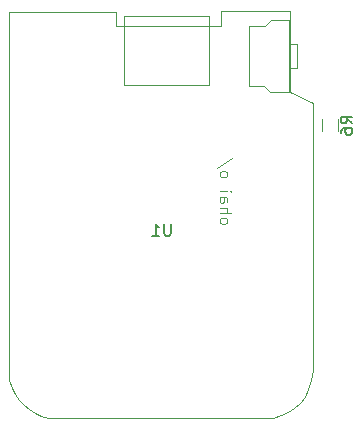
<source format=gbo>
G04 #@! TF.GenerationSoftware,KiCad,Pcbnew,(5.0.0-rc2-206-gf10aa6c85)*
G04 #@! TF.CreationDate,2018-07-11T01:20:15+02:00*
G04 #@! TF.ProjectId,Sp_ka,5370F66B612E6B696361645F70636200,rev?*
G04 #@! TF.SameCoordinates,Original*
G04 #@! TF.FileFunction,Legend,Bot*
G04 #@! TF.FilePolarity,Positive*
%FSLAX46Y46*%
G04 Gerber Fmt 4.6, Leading zero omitted, Abs format (unit mm)*
G04 Created by KiCad (PCBNEW (5.0.0-rc2-206-gf10aa6c85)) date Wed Jul 11 01:20:15 2018*
%MOMM*%
%LPD*%
G01*
G04 APERTURE LIST*
%ADD10C,0.100000*%
%ADD11C,0.120000*%
%ADD12C,0.150000*%
G04 APERTURE END LIST*
D10*
X141025619Y-114077428D02*
X141073238Y-114172666D01*
X141120857Y-114220285D01*
X141216095Y-114267904D01*
X141501809Y-114267904D01*
X141597047Y-114220285D01*
X141644666Y-114172666D01*
X141692285Y-114077428D01*
X141692285Y-113934571D01*
X141644666Y-113839333D01*
X141597047Y-113791714D01*
X141501809Y-113744095D01*
X141216095Y-113744095D01*
X141120857Y-113791714D01*
X141073238Y-113839333D01*
X141025619Y-113934571D01*
X141025619Y-114077428D01*
X141025619Y-113315523D02*
X142025619Y-113315523D01*
X141025619Y-112886952D02*
X141549428Y-112886952D01*
X141644666Y-112934571D01*
X141692285Y-113029809D01*
X141692285Y-113172666D01*
X141644666Y-113267904D01*
X141597047Y-113315523D01*
X141025619Y-111982190D02*
X141549428Y-111982190D01*
X141644666Y-112029809D01*
X141692285Y-112125047D01*
X141692285Y-112315523D01*
X141644666Y-112410761D01*
X141073238Y-111982190D02*
X141025619Y-112077428D01*
X141025619Y-112315523D01*
X141073238Y-112410761D01*
X141168476Y-112458380D01*
X141263714Y-112458380D01*
X141358952Y-112410761D01*
X141406571Y-112315523D01*
X141406571Y-112077428D01*
X141454190Y-111982190D01*
X141025619Y-111506000D02*
X141692285Y-111506000D01*
X142025619Y-111506000D02*
X141978000Y-111553619D01*
X141930380Y-111506000D01*
X141978000Y-111458380D01*
X142025619Y-111506000D01*
X141930380Y-111506000D01*
X141025619Y-110125047D02*
X141073238Y-110220285D01*
X141120857Y-110267904D01*
X141216095Y-110315523D01*
X141501809Y-110315523D01*
X141597047Y-110267904D01*
X141644666Y-110220285D01*
X141692285Y-110125047D01*
X141692285Y-109982190D01*
X141644666Y-109886952D01*
X141597047Y-109839333D01*
X141501809Y-109791714D01*
X141216095Y-109791714D01*
X141120857Y-109839333D01*
X141073238Y-109886952D01*
X141025619Y-109982190D01*
X141025619Y-110125047D01*
X142073238Y-108648857D02*
X140787523Y-109506000D01*
G04 #@! TO.C,U1*
X147575517Y-99045068D02*
X146958156Y-99045068D01*
X147575517Y-101038262D02*
X147575517Y-99045068D01*
X146922878Y-101038262D02*
X147575517Y-101038262D01*
X146940517Y-97034235D02*
X146887600Y-103119651D01*
X145370656Y-97034235D02*
X146940517Y-97034235D01*
X144841489Y-97528124D02*
X145370656Y-97034235D01*
X143553850Y-97528124D02*
X144841489Y-97528124D01*
X143553850Y-102590485D02*
X143553850Y-97528124D01*
X144806211Y-102590485D02*
X143553850Y-102590485D01*
X145335378Y-103119651D02*
X144806211Y-102590485D01*
X146887600Y-103119651D02*
X145335378Y-103119651D01*
X132964350Y-96656812D02*
X132964350Y-102470549D01*
X140103931Y-96656812D02*
X132964350Y-96656812D01*
X140103931Y-102470549D02*
X140103931Y-96656812D01*
X132964350Y-102470549D02*
X140103931Y-102470549D01*
X146976480Y-103097819D02*
X146946686Y-96289476D01*
X148920026Y-104058715D02*
X146976480Y-103097819D01*
X148895078Y-126613807D02*
X148920026Y-104058715D01*
X148779482Y-127506575D02*
X148895078Y-126613807D01*
X148551122Y-128261613D02*
X148779482Y-127506575D01*
X148223595Y-128893460D02*
X148551122Y-128261613D01*
X147810503Y-129416658D02*
X148223595Y-128893460D01*
X147325445Y-129845743D02*
X147810503Y-129416658D01*
X146782018Y-130195258D02*
X147325445Y-129845743D01*
X146193824Y-130479741D02*
X146782018Y-130195258D01*
X145574460Y-130713734D02*
X146193824Y-130479741D01*
X126536547Y-130684976D02*
X145574460Y-130713734D01*
X125938750Y-130499310D02*
X126536547Y-130684976D01*
X125394560Y-130252377D02*
X125938750Y-130499310D01*
X124903488Y-129944741D02*
X125394560Y-130252377D01*
X124465047Y-129576952D02*
X124903488Y-129944741D01*
X124078747Y-129149577D02*
X124465047Y-129576952D01*
X123744099Y-128663167D02*
X124078747Y-129149577D01*
X123460616Y-128118286D02*
X123744099Y-128663167D01*
X123227805Y-127515493D02*
X123460616Y-128118286D01*
X123213807Y-96345342D02*
X123227805Y-127515493D01*
X132294603Y-96319264D02*
X123213807Y-96345342D01*
X132292627Y-97521517D02*
X132294603Y-96319264D01*
X141123849Y-97528205D02*
X132292627Y-97521517D01*
X141150180Y-96244772D02*
X141123849Y-97528205D01*
X146961472Y-96244772D02*
X141150180Y-96244772D01*
D11*
G04 #@! TO.C,R6*
X149688000Y-105418000D02*
X149688000Y-106418000D01*
X151048000Y-106418000D02*
X151048000Y-105418000D01*
G04 #@! TO.C,U1*
D12*
X136905904Y-114260380D02*
X136905904Y-115069904D01*
X136858285Y-115165142D01*
X136810666Y-115212761D01*
X136715428Y-115260380D01*
X136524952Y-115260380D01*
X136429714Y-115212761D01*
X136382095Y-115165142D01*
X136334476Y-115069904D01*
X136334476Y-114260380D01*
X135334476Y-115260380D02*
X135905904Y-115260380D01*
X135620190Y-115260380D02*
X135620190Y-114260380D01*
X135715428Y-114403238D01*
X135810666Y-114498476D01*
X135905904Y-114546095D01*
G04 #@! TO.C,R6*
X152270380Y-105751333D02*
X151794190Y-105418000D01*
X152270380Y-105179904D02*
X151270380Y-105179904D01*
X151270380Y-105560857D01*
X151318000Y-105656095D01*
X151365619Y-105703714D01*
X151460857Y-105751333D01*
X151603714Y-105751333D01*
X151698952Y-105703714D01*
X151746571Y-105656095D01*
X151794190Y-105560857D01*
X151794190Y-105179904D01*
X151270380Y-106608476D02*
X151270380Y-106418000D01*
X151318000Y-106322761D01*
X151365619Y-106275142D01*
X151508476Y-106179904D01*
X151698952Y-106132285D01*
X152079904Y-106132285D01*
X152175142Y-106179904D01*
X152222761Y-106227523D01*
X152270380Y-106322761D01*
X152270380Y-106513238D01*
X152222761Y-106608476D01*
X152175142Y-106656095D01*
X152079904Y-106703714D01*
X151841809Y-106703714D01*
X151746571Y-106656095D01*
X151698952Y-106608476D01*
X151651333Y-106513238D01*
X151651333Y-106322761D01*
X151698952Y-106227523D01*
X151746571Y-106179904D01*
X151841809Y-106132285D01*
G04 #@! TD*
M02*

</source>
